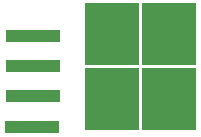
<source format=gbr>
%TF.GenerationSoftware,KiCad,Pcbnew,8.0.0*%
%TF.CreationDate,2025-04-28T00:15:23+02:00*%
%TF.ProjectId,LinearSaturn,4c696e65-6172-4536-9174-75726e2e6b69,rev?*%
%TF.SameCoordinates,Original*%
%TF.FileFunction,Paste,Top*%
%TF.FilePolarity,Positive*%
%FSLAX46Y46*%
G04 Gerber Fmt 4.6, Leading zero omitted, Abs format (unit mm)*
G04 Created by KiCad (PCBNEW 8.0.0) date 2025-04-28 00:15:23*
%MOMM*%
%LPD*%
G01*
G04 APERTURE LIST*
%ADD10R,4.600000X1.100000*%
%ADD11R,4.550000X5.250000*%
G04 APERTURE END LIST*
D10*
%TO.C,LM2940A 3.3v TO263-3*%
X147133000Y-174498000D03*
D11*
X153858000Y-171723000D03*
X153858000Y-177273000D03*
X158708000Y-171723000D03*
X158708000Y-177273000D03*
D10*
X147133000Y-171958000D03*
X147133000Y-177038000D03*
X147083000Y-179648000D03*
%TD*%
M02*

</source>
